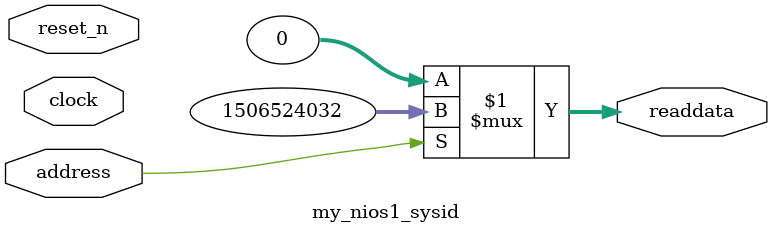
<source format=v>

`timescale 1ns / 1ps
// synthesis translate_on

// turn off superfluous verilog processor warnings 
// altera message_level Level1 
// altera message_off 10034 10035 10036 10037 10230 10240 10030 

module my_nios1_sysid (
               // inputs:
                address,
                clock,
                reset_n,

               // outputs:
                readdata
             )
;

  output  [ 31: 0] readdata;
  input            address;
  input            clock;
  input            reset_n;

  wire    [ 31: 0] readdata;
  //control_slave, which is an e_avalon_slave
  assign readdata = address ? 1506524032 : 0;

endmodule




</source>
